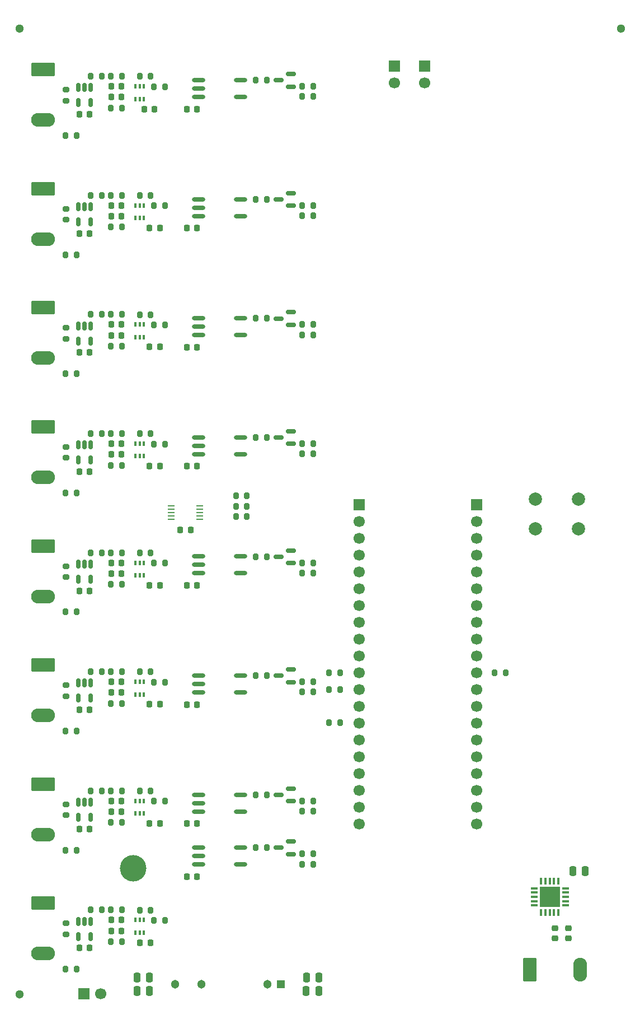
<source format=gbr>
%TF.GenerationSoftware,KiCad,Pcbnew,9.0.5*%
%TF.CreationDate,2025-12-25T13:02:37+01:00*%
%TF.ProjectId,leak_current_detector,6c65616b-5f63-4757-9272-656e745f6465,0.1*%
%TF.SameCoordinates,Original*%
%TF.FileFunction,Soldermask,Top*%
%TF.FilePolarity,Negative*%
%FSLAX46Y46*%
G04 Gerber Fmt 4.6, Leading zero omitted, Abs format (unit mm)*
G04 Created by KiCad (PCBNEW 9.0.5) date 2025-12-25 13:02:37*
%MOMM*%
%LPD*%
G01*
G04 APERTURE LIST*
G04 Aperture macros list*
%AMRoundRect*
0 Rectangle with rounded corners*
0 $1 Rounding radius*
0 $2 $3 $4 $5 $6 $7 $8 $9 X,Y pos of 4 corners*
0 Add a 4 corners polygon primitive as box body*
4,1,4,$2,$3,$4,$5,$6,$7,$8,$9,$2,$3,0*
0 Add four circle primitives for the rounded corners*
1,1,$1+$1,$2,$3*
1,1,$1+$1,$4,$5*
1,1,$1+$1,$6,$7*
1,1,$1+$1,$8,$9*
0 Add four rect primitives between the rounded corners*
20,1,$1+$1,$2,$3,$4,$5,0*
20,1,$1+$1,$4,$5,$6,$7,0*
20,1,$1+$1,$6,$7,$8,$9,0*
20,1,$1+$1,$8,$9,$2,$3,0*%
G04 Aperture macros list end*
%ADD10RoundRect,0.100000X0.100000X-0.225000X0.100000X0.225000X-0.100000X0.225000X-0.100000X-0.225000X0*%
%ADD11RoundRect,0.225000X0.225000X0.250000X-0.225000X0.250000X-0.225000X-0.250000X0.225000X-0.250000X0*%
%ADD12O,2.000000X0.650000*%
%ADD13RoundRect,0.200000X-0.200000X-0.275000X0.200000X-0.275000X0.200000X0.275000X-0.200000X0.275000X0*%
%ADD14RoundRect,0.250001X-1.549999X0.799999X-1.549999X-0.799999X1.549999X-0.799999X1.549999X0.799999X0*%
%ADD15O,3.600000X2.100000*%
%ADD16RoundRect,0.150000X-0.150000X0.512500X-0.150000X-0.512500X0.150000X-0.512500X0.150000X0.512500X0*%
%ADD17RoundRect,0.200000X0.200000X0.275000X-0.200000X0.275000X-0.200000X-0.275000X0.200000X-0.275000X0*%
%ADD18RoundRect,0.225000X-0.225000X-0.250000X0.225000X-0.250000X0.225000X0.250000X-0.225000X0.250000X0*%
%ADD19RoundRect,0.225000X-0.250000X0.225000X-0.250000X-0.225000X0.250000X-0.225000X0.250000X0.225000X0*%
%ADD20RoundRect,0.218750X-0.218750X-0.256250X0.218750X-0.256250X0.218750X0.256250X-0.218750X0.256250X0*%
%ADD21RoundRect,0.250001X-0.799999X-1.549999X0.799999X-1.549999X0.799999X1.549999X-0.799999X1.549999X0*%
%ADD22O,2.100000X3.600000*%
%ADD23R,1.700000X1.700000*%
%ADD24C,1.700000*%
%ADD25C,1.300000*%
%ADD26RoundRect,0.150000X0.587500X0.150000X-0.587500X0.150000X-0.587500X-0.150000X0.587500X-0.150000X0*%
%ADD27RoundRect,0.200000X0.275000X-0.200000X0.275000X0.200000X-0.275000X0.200000X-0.275000X-0.200000X0*%
%ADD28RoundRect,0.250000X0.250000X0.475000X-0.250000X0.475000X-0.250000X-0.475000X0.250000X-0.475000X0*%
%ADD29RoundRect,0.250000X-0.250000X-0.475000X0.250000X-0.475000X0.250000X0.475000X-0.250000X0.475000X0*%
%ADD30RoundRect,0.087500X-0.087500X0.425000X-0.087500X-0.425000X0.087500X-0.425000X0.087500X0.425000X0*%
%ADD31RoundRect,0.087500X-0.425000X0.087500X-0.425000X-0.087500X0.425000X-0.087500X0.425000X0.087500X0*%
%ADD32R,3.150000X3.150000*%
%ADD33R,1.100000X0.250000*%
%ADD34C,2.000000*%
%ADD35C,4.000000*%
%ADD36R,1.303000X1.303000*%
%ADD37C,1.303000*%
G04 APERTURE END LIST*
D10*
%TO.C,U4*%
X44535000Y-37660000D03*
X45185000Y-37660000D03*
X45835000Y-37660000D03*
X45835000Y-35760000D03*
X45185000Y-35760000D03*
X44535000Y-35760000D03*
%TD*%
D11*
%TO.C,C29*%
X53860000Y-147187250D03*
X52310000Y-147187250D03*
%TD*%
D12*
%TO.C,U6*%
X60425000Y-55357250D03*
X60450000Y-52817250D03*
X54125000Y-52817250D03*
X54100000Y-54087250D03*
X54125000Y-55357250D03*
%TD*%
D13*
%TO.C,R50*%
X45195000Y-106260000D03*
X46845000Y-106260000D03*
%TD*%
D14*
%TO.C,J4*%
X30602500Y-87215000D03*
D15*
X30602500Y-94835000D03*
%TD*%
D13*
%TO.C,R20*%
X45195000Y-52260000D03*
X46845000Y-52260000D03*
%TD*%
D16*
%TO.C,U14*%
X37797500Y-107952500D03*
X36847500Y-107952500D03*
X35897500Y-107952500D03*
X35897500Y-110227500D03*
X37797500Y-110227500D03*
%TD*%
D17*
%TO.C,R75*%
X71430000Y-153307250D03*
X69780000Y-153307250D03*
%TD*%
D11*
%TO.C,C21*%
X53860000Y-111187250D03*
X52310000Y-111187250D03*
%TD*%
%TO.C,C11*%
X42420000Y-71760000D03*
X40870000Y-71760000D03*
%TD*%
D13*
%TO.C,R70*%
X45195000Y-142260000D03*
X46845000Y-142260000D03*
%TD*%
D11*
%TO.C,C19*%
X42420000Y-107760000D03*
X40870000Y-107760000D03*
%TD*%
D18*
%TO.C,C8*%
X46675000Y-57150000D03*
X48225000Y-57150000D03*
%TD*%
D13*
%TO.C,R44*%
X40815000Y-106230000D03*
X42465000Y-106230000D03*
%TD*%
D19*
%TO.C,C34*%
X110030000Y-162965000D03*
X110030000Y-164515000D03*
%TD*%
D13*
%TO.C,R7*%
X62765000Y-34827250D03*
X64415000Y-34827250D03*
%TD*%
D11*
%TO.C,C15*%
X42420000Y-89760000D03*
X40870000Y-89760000D03*
%TD*%
D14*
%TO.C,J3*%
X30602500Y-69215000D03*
D15*
X30602500Y-76835000D03*
%TD*%
D13*
%TO.C,R74*%
X40815000Y-160230000D03*
X42465000Y-160230000D03*
%TD*%
D10*
%TO.C,U10*%
X44535000Y-73660000D03*
X45185000Y-73660000D03*
X45835000Y-73660000D03*
X45835000Y-71760000D03*
X45185000Y-71760000D03*
X44535000Y-71760000D03*
%TD*%
D13*
%TO.C,R28*%
X40820000Y-75030000D03*
X42470000Y-75030000D03*
%TD*%
D20*
%TO.C,D5*%
X40860000Y-73390000D03*
X42435000Y-73390000D03*
%TD*%
D19*
%TO.C,C35*%
X108007500Y-162985000D03*
X108007500Y-164535000D03*
%TD*%
D17*
%TO.C,R2*%
X35620000Y-43190000D03*
X33970000Y-43190000D03*
%TD*%
%TO.C,R9*%
X48990000Y-35820000D03*
X47340000Y-35820000D03*
%TD*%
D21*
%TO.C,J9*%
X104255000Y-169302500D03*
D22*
X111875000Y-169302500D03*
%TD*%
D17*
%TO.C,R15*%
X71430000Y-55307250D03*
X69780000Y-55307250D03*
%TD*%
D12*
%TO.C,U9*%
X60425000Y-73357250D03*
X60450000Y-70817250D03*
X54125000Y-70817250D03*
X54100000Y-72087250D03*
X54125000Y-73357250D03*
%TD*%
D23*
%TO.C,J14*%
X36705000Y-172940000D03*
D24*
X39245000Y-172940000D03*
%TD*%
D25*
%TO.C,H1*%
X27000000Y-27000000D03*
%TD*%
D13*
%TO.C,R8*%
X40820000Y-39030000D03*
X42470000Y-39030000D03*
%TD*%
%TO.C,R14*%
X40815000Y-52230000D03*
X42465000Y-52230000D03*
%TD*%
%TO.C,R53*%
X37795000Y-124230000D03*
X39445000Y-124230000D03*
%TD*%
D26*
%TO.C,Q7*%
X68050000Y-143797250D03*
X68050000Y-141897250D03*
X66175000Y-142847250D03*
%TD*%
D13*
%TO.C,R38*%
X40820000Y-93030000D03*
X42470000Y-93030000D03*
%TD*%
D11*
%TO.C,C13*%
X53860000Y-75187250D03*
X52310000Y-75187250D03*
%TD*%
D13*
%TO.C,R81*%
X59755000Y-100800000D03*
X61405000Y-100800000D03*
%TD*%
D18*
%TO.C,C14*%
X36080000Y-94000000D03*
X37630000Y-94000000D03*
%TD*%
D13*
%TO.C,R24*%
X40815000Y-70230000D03*
X42465000Y-70230000D03*
%TD*%
%TO.C,R54*%
X40815000Y-124230000D03*
X42465000Y-124230000D03*
%TD*%
D20*
%TO.C,D7*%
X40860000Y-91390000D03*
X42435000Y-91390000D03*
%TD*%
D13*
%TO.C,R73*%
X37795000Y-160230000D03*
X39445000Y-160230000D03*
%TD*%
D17*
%TO.C,R42*%
X35620000Y-115190000D03*
X33970000Y-115190000D03*
%TD*%
D20*
%TO.C,D11*%
X40860000Y-127390000D03*
X42435000Y-127390000D03*
%TD*%
D23*
%TO.C,J11*%
X96210000Y-98950000D03*
D24*
X96210000Y-101490000D03*
X96210000Y-104030000D03*
X96210000Y-106570000D03*
X96210000Y-109110000D03*
X96210000Y-111650000D03*
X96210000Y-114190000D03*
X96210000Y-116730000D03*
X96210000Y-119270000D03*
X96210000Y-121810000D03*
X96210000Y-124350000D03*
X96210000Y-126890000D03*
X96210000Y-129430000D03*
X96210000Y-131970000D03*
X96210000Y-134510000D03*
X96210000Y-137050000D03*
X96210000Y-139590000D03*
X96210000Y-142130000D03*
X96210000Y-144670000D03*
X96210000Y-147210000D03*
%TD*%
D26*
%TO.C,Q8*%
X68050000Y-151797250D03*
X68050000Y-149897250D03*
X66175000Y-150847250D03*
%TD*%
D18*
%TO.C,C20*%
X46675000Y-111150000D03*
X48225000Y-111150000D03*
%TD*%
D13*
%TO.C,R48*%
X40820000Y-111030000D03*
X42470000Y-111030000D03*
%TD*%
D17*
%TO.C,R62*%
X35620000Y-151190000D03*
X33970000Y-151190000D03*
%TD*%
D16*
%TO.C,U11*%
X37797500Y-89952500D03*
X36847500Y-89952500D03*
X35897500Y-89952500D03*
X35897500Y-92227500D03*
X37797500Y-92227500D03*
%TD*%
D26*
%TO.C,Q4*%
X68050000Y-89797250D03*
X68050000Y-87897250D03*
X66175000Y-88847250D03*
%TD*%
D14*
%TO.C,J7*%
X30602500Y-141215000D03*
D15*
X30602500Y-148835000D03*
%TD*%
D26*
%TO.C,Q1*%
X68050000Y-35797250D03*
X68050000Y-33897250D03*
X66175000Y-34847250D03*
%TD*%
D11*
%TO.C,C1*%
X52895000Y-102800000D03*
X51345000Y-102800000D03*
%TD*%
D23*
%TO.C,J12*%
X83690000Y-32670000D03*
D24*
X83690000Y-35210000D03*
%TD*%
D18*
%TO.C,C30*%
X36080000Y-166000000D03*
X37630000Y-166000000D03*
%TD*%
D13*
%TO.C,R77*%
X62765000Y-150827250D03*
X64415000Y-150827250D03*
%TD*%
D17*
%TO.C,R19*%
X48990000Y-53820000D03*
X47340000Y-53820000D03*
%TD*%
D18*
%TO.C,C6*%
X36080000Y-58000000D03*
X37630000Y-58000000D03*
%TD*%
D13*
%TO.C,R82*%
X59755000Y-99240000D03*
X61405000Y-99240000D03*
%TD*%
%TO.C,R68*%
X40820000Y-147030000D03*
X42470000Y-147030000D03*
%TD*%
%TO.C,R78*%
X40820000Y-165030000D03*
X42470000Y-165030000D03*
%TD*%
%TO.C,R23*%
X37795000Y-70230000D03*
X39445000Y-70230000D03*
%TD*%
%TO.C,R3*%
X37795000Y-34230000D03*
X39445000Y-34230000D03*
%TD*%
D27*
%TO.C,R11*%
X34045000Y-55915000D03*
X34045000Y-54265000D03*
%TD*%
D17*
%TO.C,R32*%
X35620000Y-97190000D03*
X33970000Y-97190000D03*
%TD*%
D11*
%TO.C,C5*%
X53860000Y-39187250D03*
X52310000Y-39187250D03*
%TD*%
D10*
%TO.C,U19*%
X44535000Y-127660000D03*
X45185000Y-127660000D03*
X45835000Y-127660000D03*
X45835000Y-125760000D03*
X45185000Y-125760000D03*
X44535000Y-125760000D03*
%TD*%
D28*
%TO.C,C44*%
X46680000Y-170440000D03*
X44780000Y-170440000D03*
%TD*%
D17*
%TO.C,R22*%
X35620000Y-79190000D03*
X33970000Y-79190000D03*
%TD*%
%TO.C,R56*%
X71430000Y-125757250D03*
X69780000Y-125757250D03*
%TD*%
%TO.C,R6*%
X71430000Y-35757250D03*
X69780000Y-35757250D03*
%TD*%
D18*
%TO.C,C26*%
X36080000Y-148000000D03*
X37630000Y-148000000D03*
%TD*%
D14*
%TO.C,J1*%
X30602500Y-33215000D03*
D15*
X30602500Y-40835000D03*
%TD*%
D27*
%TO.C,R71*%
X34045000Y-163915000D03*
X34045000Y-162265000D03*
%TD*%
D11*
%TO.C,C23*%
X42420000Y-125760000D03*
X40870000Y-125760000D03*
%TD*%
D14*
%TO.C,J2*%
X30602500Y-51215000D03*
D15*
X30602500Y-58835000D03*
%TD*%
D10*
%TO.C,U22*%
X44535000Y-145660000D03*
X45185000Y-145660000D03*
X45835000Y-145660000D03*
X45835000Y-143760000D03*
X45185000Y-143760000D03*
X44535000Y-143760000D03*
%TD*%
D17*
%TO.C,R5*%
X71430000Y-37307250D03*
X69780000Y-37307250D03*
%TD*%
D10*
%TO.C,U7*%
X44535000Y-55660000D03*
X45185000Y-55660000D03*
X45835000Y-55660000D03*
X45835000Y-53760000D03*
X45185000Y-53760000D03*
X44535000Y-53760000D03*
%TD*%
D18*
%TO.C,C24*%
X46675000Y-129150000D03*
X48225000Y-129150000D03*
%TD*%
D29*
%TO.C,C39*%
X70380000Y-172480000D03*
X72280000Y-172480000D03*
%TD*%
D18*
%TO.C,C2*%
X36080000Y-40000000D03*
X37630000Y-40000000D03*
%TD*%
D17*
%TO.C,R55*%
X71430000Y-127307250D03*
X69780000Y-127307250D03*
%TD*%
D30*
%TO.C,U26*%
X108540000Y-155897500D03*
X107890000Y-155897500D03*
X107240000Y-155897500D03*
X106590000Y-155897500D03*
X105940000Y-155897500D03*
D31*
X104877500Y-156960000D03*
X104877500Y-157610000D03*
X104877500Y-158260000D03*
X104877500Y-158910000D03*
X104877500Y-159560000D03*
D30*
X105940000Y-160622500D03*
X106590000Y-160622500D03*
X107240000Y-160622500D03*
X107890000Y-160622500D03*
X108540000Y-160622500D03*
D31*
X109602500Y-159560000D03*
X109602500Y-158910000D03*
X109602500Y-158260000D03*
X109602500Y-157610000D03*
X109602500Y-156960000D03*
D32*
X107240000Y-158260000D03*
%TD*%
D33*
%TO.C,U1*%
X49940000Y-99150000D03*
X49940000Y-99650000D03*
X49940000Y-100150000D03*
X49940000Y-100650000D03*
X49940000Y-101150000D03*
X54240000Y-101150000D03*
X54240000Y-100650000D03*
X54240000Y-100150000D03*
X54240000Y-99650000D03*
X54240000Y-99150000D03*
%TD*%
D13*
%TO.C,R17*%
X62765000Y-52827250D03*
X64415000Y-52827250D03*
%TD*%
D25*
%TO.C,H2*%
X118000000Y-27000000D03*
%TD*%
D13*
%TO.C,R67*%
X62765000Y-142827250D03*
X64415000Y-142827250D03*
%TD*%
D12*
%TO.C,U21*%
X60425000Y-145357250D03*
X60450000Y-142817250D03*
X54125000Y-142817250D03*
X54100000Y-144087250D03*
X54125000Y-145357250D03*
%TD*%
D11*
%TO.C,C7*%
X42420000Y-53760000D03*
X40870000Y-53760000D03*
%TD*%
D20*
%TO.C,D15*%
X40860000Y-163390000D03*
X42435000Y-163390000D03*
%TD*%
D13*
%TO.C,R84*%
X59755000Y-97660000D03*
X61405000Y-97660000D03*
%TD*%
D16*
%TO.C,U8*%
X37797500Y-71952500D03*
X36847500Y-71952500D03*
X35897500Y-71952500D03*
X35897500Y-74227500D03*
X37797500Y-74227500D03*
%TD*%
D13*
%TO.C,R27*%
X62765000Y-70827250D03*
X64415000Y-70827250D03*
%TD*%
D20*
%TO.C,D13*%
X40860000Y-145390000D03*
X42435000Y-145390000D03*
%TD*%
D17*
%TO.C,R45*%
X71430000Y-109307250D03*
X69780000Y-109307250D03*
%TD*%
D20*
%TO.C,D1*%
X40860000Y-37390000D03*
X42435000Y-37390000D03*
%TD*%
D17*
%TO.C,R35*%
X71430000Y-91307250D03*
X69780000Y-91307250D03*
%TD*%
%TO.C,R59*%
X48990000Y-125820000D03*
X47340000Y-125820000D03*
%TD*%
%TO.C,R72*%
X35620000Y-169190000D03*
X33970000Y-169190000D03*
%TD*%
D13*
%TO.C,R47*%
X62765000Y-106827250D03*
X64415000Y-106827250D03*
%TD*%
D18*
%TO.C,C4*%
X45875000Y-39180000D03*
X47425000Y-39180000D03*
%TD*%
D27*
%TO.C,R31*%
X34045000Y-91915000D03*
X34045000Y-90265000D03*
%TD*%
D18*
%TO.C,C22*%
X36080000Y-130000000D03*
X37630000Y-130000000D03*
%TD*%
D11*
%TO.C,C17*%
X53860000Y-93187250D03*
X52310000Y-93187250D03*
%TD*%
D17*
%TO.C,R49*%
X48990000Y-107820000D03*
X47340000Y-107820000D03*
%TD*%
D11*
%TO.C,C33*%
X53860000Y-155187250D03*
X52310000Y-155187250D03*
%TD*%
D17*
%TO.C,R65*%
X71430000Y-145307250D03*
X69780000Y-145307250D03*
%TD*%
D13*
%TO.C,R43*%
X37795000Y-106230000D03*
X39445000Y-106230000D03*
%TD*%
D18*
%TO.C,C28*%
X46675000Y-147150000D03*
X48225000Y-147150000D03*
%TD*%
D11*
%TO.C,C9*%
X53860000Y-57187250D03*
X52310000Y-57187250D03*
%TD*%
D13*
%TO.C,R83*%
X73835000Y-124360000D03*
X75485000Y-124360000D03*
%TD*%
D17*
%TO.C,R29*%
X48990000Y-71820000D03*
X47340000Y-71820000D03*
%TD*%
D10*
%TO.C,U25*%
X44535000Y-163660000D03*
X45185000Y-163660000D03*
X45835000Y-163660000D03*
X45835000Y-161760000D03*
X45185000Y-161760000D03*
X44535000Y-161760000D03*
%TD*%
D13*
%TO.C,R34*%
X40815000Y-88230000D03*
X42465000Y-88230000D03*
%TD*%
D18*
%TO.C,C12*%
X46675000Y-75150000D03*
X48225000Y-75150000D03*
%TD*%
D27*
%TO.C,R41*%
X34045000Y-109915000D03*
X34045000Y-108265000D03*
%TD*%
D26*
%TO.C,Q6*%
X68050000Y-125797250D03*
X68050000Y-123897250D03*
X66175000Y-124847250D03*
%TD*%
D27*
%TO.C,R51*%
X34045000Y-127915000D03*
X34045000Y-126265000D03*
%TD*%
D17*
%TO.C,R16*%
X71430000Y-53757250D03*
X69780000Y-53757250D03*
%TD*%
%TO.C,R26*%
X71430000Y-71757250D03*
X69780000Y-71757250D03*
%TD*%
%TO.C,R46*%
X71430000Y-107757250D03*
X69780000Y-107757250D03*
%TD*%
%TO.C,R39*%
X48990000Y-89820000D03*
X47340000Y-89820000D03*
%TD*%
D13*
%TO.C,R40*%
X45195000Y-88260000D03*
X46845000Y-88260000D03*
%TD*%
%TO.C,R30*%
X45195000Y-70260000D03*
X46845000Y-70260000D03*
%TD*%
D28*
%TO.C,C40*%
X46680000Y-172500000D03*
X44780000Y-172500000D03*
%TD*%
D14*
%TO.C,J6*%
X30602500Y-123215000D03*
D15*
X30602500Y-130835000D03*
%TD*%
D11*
%TO.C,C3*%
X42420000Y-35760000D03*
X40870000Y-35760000D03*
%TD*%
D27*
%TO.C,R61*%
X34045000Y-145915000D03*
X34045000Y-144265000D03*
%TD*%
D12*
%TO.C,U3*%
X60425000Y-37357250D03*
X60450000Y-34817250D03*
X54125000Y-34817250D03*
X54100000Y-36087250D03*
X54125000Y-37357250D03*
%TD*%
D26*
%TO.C,Q3*%
X68050000Y-71797250D03*
X68050000Y-69897250D03*
X66175000Y-70847250D03*
%TD*%
D29*
%TO.C,C36*%
X110707500Y-154380000D03*
X112607500Y-154380000D03*
%TD*%
D23*
%TO.C,J13*%
X88280000Y-32670000D03*
D24*
X88280000Y-35210000D03*
%TD*%
D34*
%TO.C,SW1*%
X105060000Y-98120000D03*
X111560000Y-98120000D03*
X105060000Y-102620000D03*
X111560000Y-102620000D03*
%TD*%
D13*
%TO.C,R13*%
X37795000Y-52230000D03*
X39445000Y-52230000D03*
%TD*%
%TO.C,R10*%
X45195000Y-34260000D03*
X46845000Y-34260000D03*
%TD*%
D16*
%TO.C,U5*%
X37797500Y-53952500D03*
X36847500Y-53952500D03*
X35897500Y-53952500D03*
X35897500Y-56227500D03*
X37797500Y-56227500D03*
%TD*%
D17*
%TO.C,R52*%
X35620000Y-133190000D03*
X33970000Y-133190000D03*
%TD*%
D16*
%TO.C,U17*%
X37797500Y-125952500D03*
X36847500Y-125952500D03*
X35897500Y-125952500D03*
X35897500Y-128227500D03*
X37797500Y-128227500D03*
%TD*%
D11*
%TO.C,C31*%
X42420000Y-161760000D03*
X40870000Y-161760000D03*
%TD*%
D13*
%TO.C,R64*%
X40815000Y-142230000D03*
X42465000Y-142230000D03*
%TD*%
D10*
%TO.C,U16*%
X44535000Y-109660000D03*
X45185000Y-109660000D03*
X45835000Y-109660000D03*
X45835000Y-107760000D03*
X45185000Y-107760000D03*
X44535000Y-107760000D03*
%TD*%
D12*
%TO.C,U18*%
X60425000Y-127357250D03*
X60450000Y-124817250D03*
X54125000Y-124817250D03*
X54100000Y-126087250D03*
X54125000Y-127357250D03*
%TD*%
D27*
%TO.C,R1*%
X34045000Y-37915000D03*
X34045000Y-36265000D03*
%TD*%
D13*
%TO.C,R60*%
X45195000Y-124260000D03*
X46845000Y-124260000D03*
%TD*%
D12*
%TO.C,U24*%
X60425000Y-153357250D03*
X60450000Y-150817250D03*
X54125000Y-150817250D03*
X54100000Y-152087250D03*
X54125000Y-153357250D03*
%TD*%
D13*
%TO.C,R86*%
X73865000Y-131960000D03*
X75515000Y-131960000D03*
%TD*%
D27*
%TO.C,R21*%
X34045000Y-73915000D03*
X34045000Y-72265000D03*
%TD*%
D13*
%TO.C,R57*%
X62765000Y-124827250D03*
X64415000Y-124827250D03*
%TD*%
D17*
%TO.C,R66*%
X71430000Y-143757250D03*
X69780000Y-143757250D03*
%TD*%
D20*
%TO.C,D9*%
X40860000Y-109390000D03*
X42435000Y-109390000D03*
%TD*%
D17*
%TO.C,R12*%
X35620000Y-61190000D03*
X33970000Y-61190000D03*
%TD*%
%TO.C,R76*%
X71430000Y-151757250D03*
X69780000Y-151757250D03*
%TD*%
D13*
%TO.C,R37*%
X62765000Y-88827250D03*
X64415000Y-88827250D03*
%TD*%
%TO.C,R33*%
X37795000Y-88230000D03*
X39445000Y-88230000D03*
%TD*%
D17*
%TO.C,R87*%
X100575000Y-124360000D03*
X98925000Y-124360000D03*
%TD*%
D29*
%TO.C,C43*%
X70400000Y-170420000D03*
X72300000Y-170420000D03*
%TD*%
D16*
%TO.C,U20*%
X37797500Y-143952500D03*
X36847500Y-143952500D03*
X35897500Y-143952500D03*
X35897500Y-146227500D03*
X37797500Y-146227500D03*
%TD*%
D14*
%TO.C,J8*%
X30602500Y-159215000D03*
D15*
X30602500Y-166835000D03*
%TD*%
D16*
%TO.C,U2*%
X37797500Y-35952500D03*
X36847500Y-35952500D03*
X35897500Y-35952500D03*
X35897500Y-38227500D03*
X37797500Y-38227500D03*
%TD*%
D17*
%TO.C,R36*%
X71430000Y-89757250D03*
X69780000Y-89757250D03*
%TD*%
D13*
%TO.C,R85*%
X73845000Y-126890000D03*
X75495000Y-126890000D03*
%TD*%
%TO.C,R80*%
X45195000Y-160260000D03*
X46845000Y-160260000D03*
%TD*%
D16*
%TO.C,U23*%
X37797500Y-161952500D03*
X36847500Y-161952500D03*
X35897500Y-161952500D03*
X35897500Y-164227500D03*
X37797500Y-164227500D03*
%TD*%
D11*
%TO.C,C25*%
X53860000Y-129187250D03*
X52310000Y-129187250D03*
%TD*%
D12*
%TO.C,U15*%
X60425000Y-109357250D03*
X60450000Y-106817250D03*
X54125000Y-106817250D03*
X54100000Y-108087250D03*
X54125000Y-109357250D03*
%TD*%
D13*
%TO.C,R63*%
X37795000Y-142230000D03*
X39445000Y-142230000D03*
%TD*%
D17*
%TO.C,R25*%
X71430000Y-73307250D03*
X69780000Y-73307250D03*
%TD*%
D18*
%TO.C,C16*%
X46675000Y-93150000D03*
X48225000Y-93150000D03*
%TD*%
D35*
%TO.C,TP1*%
X44200000Y-153960000D03*
%TD*%
D20*
%TO.C,D3*%
X40860000Y-55390000D03*
X42435000Y-55390000D03*
%TD*%
D17*
%TO.C,R69*%
X48990000Y-143820000D03*
X47340000Y-143820000D03*
%TD*%
D13*
%TO.C,R18*%
X40820000Y-57030000D03*
X42470000Y-57030000D03*
%TD*%
%TO.C,R4*%
X40815000Y-34230000D03*
X42465000Y-34230000D03*
%TD*%
D26*
%TO.C,Q2*%
X68050000Y-53797250D03*
X68050000Y-51897250D03*
X66175000Y-52847250D03*
%TD*%
D12*
%TO.C,U12*%
X60425000Y-91357250D03*
X60450000Y-88817250D03*
X54125000Y-88817250D03*
X54100000Y-90087250D03*
X54125000Y-91357250D03*
%TD*%
D18*
%TO.C,C10*%
X36080000Y-76000000D03*
X37630000Y-76000000D03*
%TD*%
%TO.C,C32*%
X45230000Y-165190000D03*
X46780000Y-165190000D03*
%TD*%
D23*
%TO.C,J10*%
X78430000Y-98950000D03*
D24*
X78430000Y-101490000D03*
X78430000Y-104030000D03*
X78430000Y-106570000D03*
X78430000Y-109110000D03*
X78430000Y-111650000D03*
X78430000Y-114190000D03*
X78430000Y-116730000D03*
X78430000Y-119270000D03*
X78430000Y-121810000D03*
X78430000Y-124350000D03*
X78430000Y-126890000D03*
X78430000Y-129430000D03*
X78430000Y-131970000D03*
X78430000Y-134510000D03*
X78430000Y-137050000D03*
X78430000Y-139590000D03*
X78430000Y-142130000D03*
X78430000Y-144670000D03*
X78430000Y-147210000D03*
%TD*%
D26*
%TO.C,Q5*%
X68050000Y-107797250D03*
X68050000Y-105897250D03*
X66175000Y-106847250D03*
%TD*%
D25*
%TO.C,H3*%
X27000000Y-173000000D03*
%TD*%
D14*
%TO.C,J5*%
X30602500Y-105215000D03*
D15*
X30602500Y-112835000D03*
%TD*%
D18*
%TO.C,C18*%
X36080000Y-112000000D03*
X37630000Y-112000000D03*
%TD*%
D17*
%TO.C,R79*%
X48990000Y-161820000D03*
X47340000Y-161820000D03*
%TD*%
D10*
%TO.C,U13*%
X44535000Y-91660000D03*
X45185000Y-91660000D03*
X45835000Y-91660000D03*
X45835000Y-89760000D03*
X45185000Y-89760000D03*
X44535000Y-89760000D03*
%TD*%
D36*
%TO.C,PS2*%
X66550000Y-171490000D03*
D37*
X64550000Y-171490000D03*
X54550000Y-171490000D03*
X50550000Y-171490000D03*
%TD*%
D11*
%TO.C,C27*%
X42420000Y-143760000D03*
X40870000Y-143760000D03*
%TD*%
D13*
%TO.C,R58*%
X40820000Y-129030000D03*
X42470000Y-129030000D03*
%TD*%
M02*

</source>
